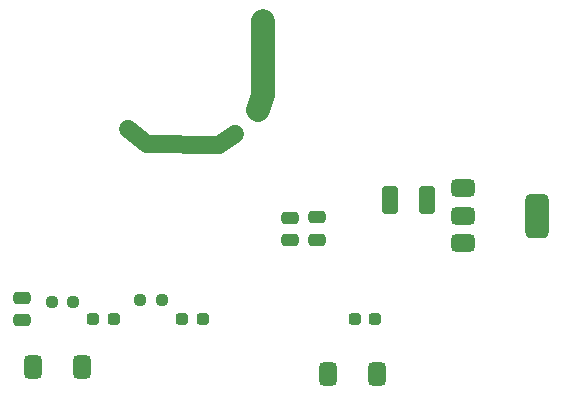
<source format=gtp>
G04 #@! TF.GenerationSoftware,KiCad,Pcbnew,8.0.8*
G04 #@! TF.CreationDate,2025-02-21T01:15:49+03:00*
G04 #@! TF.ProjectId,SMHome_2RelayBoardRound_ESP1M_v7,534d486f-6d65-45f3-9252-656c6179426f,12*
G04 #@! TF.SameCoordinates,Original*
G04 #@! TF.FileFunction,Paste,Top*
G04 #@! TF.FilePolarity,Positive*
%FSLAX46Y46*%
G04 Gerber Fmt 4.6, Leading zero omitted, Abs format (unit mm)*
G04 Created by KiCad (PCBNEW 8.0.8) date 2025-02-21 01:15:49*
%MOMM*%
%LPD*%
G01*
G04 APERTURE LIST*
G04 Aperture macros list*
%AMRoundRect*
0 Rectangle with rounded corners*
0 $1 Rounding radius*
0 $2 $3 $4 $5 $6 $7 $8 $9 X,Y pos of 4 corners*
0 Add a 4 corners polygon primitive as box body*
4,1,4,$2,$3,$4,$5,$6,$7,$8,$9,$2,$3,0*
0 Add four circle primitives for the rounded corners*
1,1,$1+$1,$2,$3*
1,1,$1+$1,$4,$5*
1,1,$1+$1,$6,$7*
1,1,$1+$1,$8,$9*
0 Add four rect primitives between the rounded corners*
20,1,$1+$1,$2,$3,$4,$5,0*
20,1,$1+$1,$4,$5,$6,$7,0*
20,1,$1+$1,$6,$7,$8,$9,0*
20,1,$1+$1,$8,$9,$2,$3,0*%
G04 Aperture macros list end*
%ADD10C,1.500000*%
%ADD11C,2.000000*%
%ADD12RoundRect,0.375000X-0.625000X-0.375000X0.625000X-0.375000X0.625000X0.375000X-0.625000X0.375000X0*%
%ADD13RoundRect,0.500000X-0.500000X-1.400000X0.500000X-1.400000X0.500000X1.400000X-0.500000X1.400000X0*%
%ADD14RoundRect,0.250000X0.475000X-0.250000X0.475000X0.250000X-0.475000X0.250000X-0.475000X-0.250000X0*%
%ADD15RoundRect,0.250000X0.412500X0.925000X-0.412500X0.925000X-0.412500X-0.925000X0.412500X-0.925000X0*%
%ADD16RoundRect,0.237500X0.287500X0.237500X-0.287500X0.237500X-0.287500X-0.237500X0.287500X-0.237500X0*%
%ADD17RoundRect,0.237500X-0.250000X-0.237500X0.250000X-0.237500X0.250000X0.237500X-0.250000X0.237500X0*%
%ADD18RoundRect,0.375000X0.375000X0.625000X-0.375000X0.625000X-0.375000X-0.625000X0.375000X-0.625000X0*%
%ADD19RoundRect,0.375000X-0.375000X-0.625000X0.375000X-0.625000X0.375000X0.625000X-0.375000X0.625000X0*%
G04 APERTURE END LIST*
D10*
X145973800Y-97332800D02*
X144678400Y-98247200D01*
D11*
X148386800Y-87744300D02*
X148336000Y-94132400D01*
D10*
X138531600Y-98171000D02*
X136956800Y-96901000D01*
X138582400Y-98196400D02*
X144602200Y-98247200D01*
D11*
X148259800Y-94310200D02*
X147929600Y-95326200D01*
D12*
X165302800Y-101928300D03*
D13*
X171602800Y-104228300D03*
D12*
X165302800Y-104228300D03*
X165302800Y-106528300D03*
D14*
X152958800Y-106283800D03*
X152958800Y-104383800D03*
X127965200Y-113104000D03*
X127965200Y-111204000D03*
D15*
X162217900Y-102946200D03*
X159142900Y-102946200D03*
D14*
X150672800Y-106334600D03*
X150672800Y-104434600D03*
D16*
X143267400Y-113000000D03*
X141517400Y-113000000D03*
D17*
X137974700Y-111379000D03*
X139799700Y-111379000D03*
X130481700Y-111582200D03*
X132306700Y-111582200D03*
D16*
X157897800Y-113000000D03*
X156147800Y-113000000D03*
D18*
X133087800Y-117094000D03*
X128887800Y-117094000D03*
D19*
X153856000Y-117627400D03*
X158056000Y-117627400D03*
D16*
X135737600Y-113000000D03*
X133987600Y-113000000D03*
M02*

</source>
